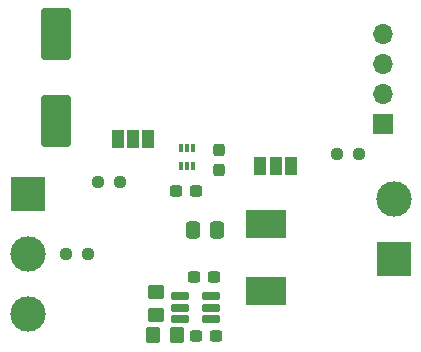
<source format=gbr>
%TF.GenerationSoftware,KiCad,Pcbnew,8.0.4*%
%TF.CreationDate,2024-07-21T20:28:23+02:00*%
%TF.ProjectId,kurumi,6b757275-6d69-42e6-9b69-6361645f7063,rev?*%
%TF.SameCoordinates,Original*%
%TF.FileFunction,Soldermask,Bot*%
%TF.FilePolarity,Negative*%
%FSLAX46Y46*%
G04 Gerber Fmt 4.6, Leading zero omitted, Abs format (unit mm)*
G04 Created by KiCad (PCBNEW 8.0.4) date 2024-07-21 20:28:23*
%MOMM*%
%LPD*%
G01*
G04 APERTURE LIST*
G04 Aperture macros list*
%AMRoundRect*
0 Rectangle with rounded corners*
0 $1 Rounding radius*
0 $2 $3 $4 $5 $6 $7 $8 $9 X,Y pos of 4 corners*
0 Add a 4 corners polygon primitive as box body*
4,1,4,$2,$3,$4,$5,$6,$7,$8,$9,$2,$3,0*
0 Add four circle primitives for the rounded corners*
1,1,$1+$1,$2,$3*
1,1,$1+$1,$4,$5*
1,1,$1+$1,$6,$7*
1,1,$1+$1,$8,$9*
0 Add four rect primitives between the rounded corners*
20,1,$1+$1,$2,$3,$4,$5,0*
20,1,$1+$1,$4,$5,$6,$7,0*
20,1,$1+$1,$6,$7,$8,$9,0*
20,1,$1+$1,$8,$9,$2,$3,0*%
G04 Aperture macros list end*
%ADD10R,3.000000X3.000000*%
%ADD11C,3.000000*%
%ADD12R,1.700000X1.700000*%
%ADD13O,1.700000X1.700000*%
%ADD14R,3.500000X2.350000*%
%ADD15RoundRect,0.085000X0.085000X-0.265000X0.085000X0.265000X-0.085000X0.265000X-0.085000X-0.265000X0*%
%ADD16RoundRect,0.237500X0.300000X0.237500X-0.300000X0.237500X-0.300000X-0.237500X0.300000X-0.237500X0*%
%ADD17RoundRect,0.250000X0.337500X0.475000X-0.337500X0.475000X-0.337500X-0.475000X0.337500X-0.475000X0*%
%ADD18RoundRect,0.237500X-0.250000X-0.237500X0.250000X-0.237500X0.250000X0.237500X-0.250000X0.237500X0*%
%ADD19RoundRect,0.250000X-0.350000X-0.450000X0.350000X-0.450000X0.350000X0.450000X-0.350000X0.450000X0*%
%ADD20RoundRect,0.237500X0.237500X-0.300000X0.237500X0.300000X-0.237500X0.300000X-0.237500X-0.300000X0*%
%ADD21RoundRect,0.250000X-0.450000X0.350000X-0.450000X-0.350000X0.450000X-0.350000X0.450000X0.350000X0*%
%ADD22R,1.000000X1.500000*%
%ADD23RoundRect,0.162500X0.617500X0.162500X-0.617500X0.162500X-0.617500X-0.162500X0.617500X-0.162500X0*%
%ADD24RoundRect,0.237500X0.250000X0.237500X-0.250000X0.237500X-0.250000X-0.237500X0.250000X-0.237500X0*%
%ADD25RoundRect,0.250000X1.000000X-1.950000X1.000000X1.950000X-1.000000X1.950000X-1.000000X-1.950000X0*%
G04 APERTURE END LIST*
D10*
%TO.C,J2*%
X16100000Y-28340000D03*
D11*
X16100000Y-33420000D03*
X16100000Y-38500000D03*
%TD*%
D12*
%TO.C,J3*%
X46200000Y-22420000D03*
D13*
X46200000Y-19880000D03*
X46200000Y-17340000D03*
X46200000Y-14800000D03*
%TD*%
D10*
%TO.C,J1*%
X47100000Y-33880000D03*
D11*
X47100000Y-28800000D03*
%TD*%
D14*
%TO.C,L1*%
X36300000Y-36600000D03*
X36300000Y-30900000D03*
%TD*%
D15*
%TO.C,U2*%
X30100000Y-26000000D03*
X29600000Y-26000000D03*
X29100000Y-26000000D03*
X29100000Y-24500000D03*
X29600000Y-24500000D03*
X30100000Y-24500000D03*
%TD*%
D16*
%TO.C,C4*%
X31872500Y-35390000D03*
X30147500Y-35390000D03*
%TD*%
D17*
%TO.C,C5*%
X32137500Y-31390000D03*
X30062500Y-31390000D03*
%TD*%
D18*
%TO.C,R1*%
X19337500Y-33420000D03*
X21162500Y-33420000D03*
%TD*%
D19*
%TO.C,R5*%
X26730000Y-40320000D03*
X28730000Y-40320000D03*
%TD*%
D20*
%TO.C,C2*%
X32300000Y-26362500D03*
X32300000Y-24637500D03*
%TD*%
D21*
%TO.C,R4*%
X26930000Y-36617500D03*
X26930000Y-38617500D03*
%TD*%
D22*
%TO.C,JP1*%
X35800000Y-26000000D03*
X37100000Y-26000000D03*
X38400000Y-26000000D03*
%TD*%
D23*
%TO.C,U3*%
X31650000Y-37020000D03*
X31650000Y-37970000D03*
X31650000Y-38920000D03*
X28950000Y-38920000D03*
X28950000Y-37970000D03*
X28950000Y-37020000D03*
%TD*%
D16*
%TO.C,C1*%
X30362500Y-28100000D03*
X28637500Y-28100000D03*
%TD*%
D24*
%TO.C,R3*%
X44112500Y-25000000D03*
X42287500Y-25000000D03*
%TD*%
D16*
%TO.C,C3*%
X32032501Y-40360000D03*
X30307499Y-40360000D03*
%TD*%
D25*
%TO.C,C6*%
X18500000Y-22200000D03*
X18500000Y-14800000D03*
%TD*%
D22*
%TO.C,JP2*%
X23700000Y-23700000D03*
X25000000Y-23700000D03*
X26300000Y-23700000D03*
%TD*%
D24*
%TO.C,R2*%
X23912500Y-27300000D03*
X22087500Y-27300000D03*
%TD*%
M02*

</source>
